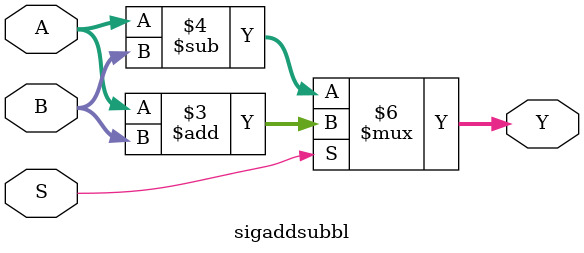
<source format=v>
module sigaddsubbl(A,B,S,Y);
	output reg signed[4:0] Y;
	input signed[3:0] A,B;
	input S;
	always @(*) begin
		if(S==1'b1)
			Y=A+B;
		else
			Y=A-B;
	end
	endmodule

</source>
